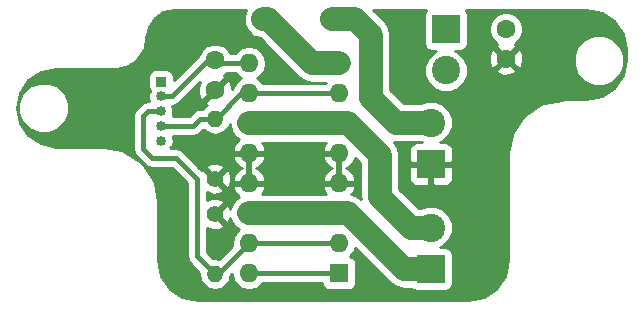
<source format=gbl>
G04 #@! TF.FileFunction,Copper,L2,Bot,Signal*
%FSLAX46Y46*%
G04 Gerber Fmt 4.6, Leading zero omitted, Abs format (unit mm)*
G04 Created by KiCad (PCBNEW 4.0.6) date 06/26/19 15:48:09*
%MOMM*%
%LPD*%
G01*
G04 APERTURE LIST*
%ADD10C,0.100000*%
%ADD11C,1.400000*%
%ADD12O,1.400000X1.400000*%
%ADD13C,1.600000*%
%ADD14R,1.600000X1.600000*%
%ADD15O,1.600000X1.600000*%
%ADD16R,2.400000X2.400000*%
%ADD17C,2.400000*%
%ADD18R,0.850000X0.850000*%
%ADD19C,0.850000*%
%ADD20C,2.000000*%
%ADD21C,2.032000*%
%ADD22C,0.406400*%
%ADD23C,0.254000*%
G04 APERTURE END LIST*
D10*
D11*
X190498000Y-68365000D03*
D12*
X190498000Y-73445000D03*
D11*
X190498000Y-65365000D03*
D12*
X190498000Y-60285000D03*
D13*
X215138000Y-52705000D03*
X215138000Y-55205000D03*
X190498000Y-55365000D03*
X190498000Y-57865000D03*
D14*
X200998000Y-73365000D03*
D15*
X193378000Y-55585000D03*
X200998000Y-70825000D03*
X193378000Y-58125000D03*
X200998000Y-68285000D03*
X193378000Y-60665000D03*
X200998000Y-65745000D03*
X193378000Y-63205000D03*
X200998000Y-63205000D03*
X193378000Y-65745000D03*
X200998000Y-60665000D03*
X193378000Y-68285000D03*
X200998000Y-58125000D03*
X193378000Y-70825000D03*
X200998000Y-55585000D03*
X193378000Y-73365000D03*
D16*
X210058000Y-52705000D03*
D17*
X210058000Y-56205000D03*
D18*
X185928000Y-57150000D03*
D19*
X185928000Y-58400000D03*
X185928000Y-59650000D03*
X185928000Y-60900000D03*
X185928000Y-62150000D03*
D20*
X194598000Y-51865000D03*
X200398000Y-51865000D03*
D16*
X208788000Y-64135000D03*
D17*
X208788000Y-60635000D03*
D16*
X208788000Y-73025000D03*
D17*
X208788000Y-69525000D03*
D21*
X208788000Y-73025000D02*
X206502000Y-73025000D01*
X206502000Y-73025000D02*
X201762000Y-68285000D01*
X201762000Y-68285000D02*
X200998000Y-68285000D01*
X193378000Y-68285000D02*
X200998000Y-68285000D01*
X200998000Y-60665000D02*
X201762000Y-60665000D01*
X201762000Y-60665000D02*
X204470000Y-63373000D01*
X207066000Y-69525000D02*
X208788000Y-69525000D01*
X204470000Y-66929000D02*
X207066000Y-69525000D01*
X204470000Y-63373000D02*
X204470000Y-66929000D01*
X193378000Y-60665000D02*
X200998000Y-60665000D01*
X194598000Y-51865000D02*
X194998000Y-51865000D01*
X194998000Y-51865000D02*
X198718000Y-55585000D01*
X198718000Y-55585000D02*
X200998000Y-55585000D01*
D22*
X185928000Y-58400000D02*
X186837000Y-58400000D01*
X186837000Y-58400000D02*
X189872000Y-55365000D01*
X189872000Y-55365000D02*
X190498000Y-55365000D01*
X185928000Y-58400000D02*
X185821000Y-58400000D01*
X193378000Y-55585000D02*
X190718000Y-55585000D01*
X190718000Y-55585000D02*
X190498000Y-55365000D01*
X200998000Y-73365000D02*
X193378000Y-73365000D01*
X185928000Y-59650000D02*
X184825000Y-59650000D01*
X187198000Y-63627000D02*
X188976000Y-65405000D01*
X188976000Y-65405000D02*
X188976000Y-71923000D01*
X188976000Y-71923000D02*
X190498000Y-73445000D01*
X185166000Y-63627000D02*
X187198000Y-63627000D01*
X184404000Y-62865000D02*
X185166000Y-63627000D01*
X184404000Y-60071000D02*
X184404000Y-62865000D01*
X184825000Y-59650000D02*
X184404000Y-60071000D01*
X190498000Y-73445000D02*
X190758000Y-73445000D01*
X190758000Y-73445000D02*
X193378000Y-70825000D01*
X193378000Y-70825000D02*
X200998000Y-70825000D01*
X190498000Y-60285000D02*
X189270000Y-60285000D01*
X188655000Y-60900000D02*
X185928000Y-60900000D01*
X189270000Y-60285000D02*
X188655000Y-60900000D01*
X190498000Y-60285000D02*
X190578000Y-60285000D01*
X190578000Y-60285000D02*
X192738000Y-58125000D01*
X192738000Y-58125000D02*
X193378000Y-58125000D01*
X193378000Y-58125000D02*
X200998000Y-58125000D01*
D21*
X200398000Y-51865000D02*
X202360000Y-51865000D01*
X205796000Y-60635000D02*
X208788000Y-60635000D01*
X203708000Y-58547000D02*
X205796000Y-60635000D01*
X203708000Y-53213000D02*
X203708000Y-58547000D01*
X202360000Y-51865000D02*
X203708000Y-53213000D01*
D23*
G36*
X193118436Y-51164704D02*
X193072675Y-51233190D01*
X193056746Y-51313269D01*
X192963284Y-51538352D01*
X192963069Y-51784214D01*
X192947000Y-51865000D01*
X192962929Y-51945079D01*
X192962716Y-52188795D01*
X193056606Y-52416025D01*
X193072675Y-52496810D01*
X193118037Y-52564698D01*
X193211106Y-52789943D01*
X193384806Y-52963947D01*
X193430567Y-53032433D01*
X193498454Y-53077793D01*
X193670637Y-53250278D01*
X193897704Y-53344564D01*
X193966190Y-53390325D01*
X194046269Y-53406254D01*
X194271352Y-53499716D01*
X194297873Y-53499739D01*
X197550566Y-56752433D01*
X197707444Y-56857255D01*
X198086190Y-57110325D01*
X198718000Y-57236000D01*
X199871200Y-57236000D01*
X199837257Y-57286800D01*
X194538743Y-57286800D01*
X194420811Y-57110302D01*
X194038725Y-56855000D01*
X194420811Y-56599698D01*
X194731880Y-56134151D01*
X194841113Y-55585000D01*
X194731880Y-55035849D01*
X194420811Y-54570302D01*
X193955264Y-54259233D01*
X193406113Y-54150000D01*
X193349887Y-54150000D01*
X192800736Y-54259233D01*
X192335189Y-54570302D01*
X192217257Y-54746800D01*
X191795237Y-54746800D01*
X191715243Y-54553200D01*
X191311923Y-54149176D01*
X190784691Y-53930250D01*
X190213813Y-53929752D01*
X189686200Y-54147757D01*
X189282176Y-54551077D01*
X189127125Y-54924481D01*
X187000440Y-57051166D01*
X187000440Y-56725000D01*
X186956162Y-56489683D01*
X186817090Y-56273559D01*
X186604890Y-56128569D01*
X186353000Y-56077560D01*
X185503000Y-56077560D01*
X185267683Y-56121838D01*
X185051559Y-56260910D01*
X184906569Y-56473110D01*
X184855560Y-56725000D01*
X184855560Y-57575000D01*
X184899838Y-57810317D01*
X184975975Y-57928637D01*
X184868184Y-58188228D01*
X184867816Y-58609922D01*
X184951230Y-58811800D01*
X184825000Y-58811800D01*
X184504235Y-58875604D01*
X184232303Y-59057303D01*
X183811303Y-59478303D01*
X183629604Y-59750234D01*
X183588805Y-59955344D01*
X183565800Y-60071000D01*
X183565800Y-62865000D01*
X183629604Y-63185766D01*
X183811303Y-63457697D01*
X184573303Y-64219697D01*
X184845235Y-64401396D01*
X185166000Y-64465200D01*
X186850806Y-64465200D01*
X188137800Y-65752194D01*
X188137800Y-71923000D01*
X188201604Y-72243766D01*
X188383303Y-72515697D01*
X189183482Y-73315876D01*
X189163000Y-73418846D01*
X189163000Y-73471154D01*
X189264621Y-73982036D01*
X189554012Y-74415142D01*
X189987118Y-74704533D01*
X190498000Y-74806154D01*
X191008882Y-74704533D01*
X191441988Y-74415142D01*
X191731379Y-73982036D01*
X191812083Y-73576311D01*
X191932889Y-73455505D01*
X192024120Y-73914151D01*
X192335189Y-74379698D01*
X192800736Y-74690767D01*
X193349887Y-74800000D01*
X193406113Y-74800000D01*
X193955264Y-74690767D01*
X194420811Y-74379698D01*
X194538743Y-74203200D01*
X199557748Y-74203200D01*
X199594838Y-74400317D01*
X199733910Y-74616441D01*
X199946110Y-74761431D01*
X200198000Y-74812440D01*
X201798000Y-74812440D01*
X202033317Y-74768162D01*
X202249441Y-74629090D01*
X202394431Y-74416890D01*
X202445440Y-74165000D01*
X202445440Y-72565000D01*
X202401162Y-72329683D01*
X202262090Y-72113559D01*
X202049890Y-71968569D01*
X201894911Y-71937185D01*
X202040811Y-71839698D01*
X202351880Y-71374151D01*
X202379157Y-71237023D01*
X205334567Y-74192433D01*
X205870189Y-74550325D01*
X205975013Y-74571176D01*
X206502000Y-74676000D01*
X207123626Y-74676000D01*
X207123910Y-74676441D01*
X207336110Y-74821431D01*
X207588000Y-74872440D01*
X209988000Y-74872440D01*
X210223317Y-74828162D01*
X210439441Y-74689090D01*
X210584431Y-74476890D01*
X210635440Y-74225000D01*
X210635440Y-71825000D01*
X210591162Y-71589683D01*
X210452090Y-71373559D01*
X210239890Y-71228569D01*
X209988000Y-71177560D01*
X209593712Y-71177560D01*
X209826086Y-71081545D01*
X210342730Y-70565801D01*
X210622681Y-69891605D01*
X210623318Y-69161597D01*
X210344545Y-68486914D01*
X209828801Y-67970270D01*
X209154605Y-67690319D01*
X208424597Y-67689682D01*
X207978513Y-67874000D01*
X207749867Y-67874000D01*
X206121000Y-66245134D01*
X206121000Y-64420750D01*
X206953000Y-64420750D01*
X206953000Y-65461309D01*
X207049673Y-65694698D01*
X207228301Y-65873327D01*
X207461690Y-65970000D01*
X208502250Y-65970000D01*
X208661000Y-65811250D01*
X208661000Y-64262000D01*
X208915000Y-64262000D01*
X208915000Y-65811250D01*
X209073750Y-65970000D01*
X210114310Y-65970000D01*
X210347699Y-65873327D01*
X210526327Y-65694698D01*
X210623000Y-65461309D01*
X210623000Y-64420750D01*
X210464250Y-64262000D01*
X208915000Y-64262000D01*
X208661000Y-64262000D01*
X207111750Y-64262000D01*
X206953000Y-64420750D01*
X206121000Y-64420750D01*
X206121000Y-63373000D01*
X205995325Y-62741190D01*
X205995325Y-62741189D01*
X205675110Y-62261953D01*
X205796000Y-62286000D01*
X207979043Y-62286000D01*
X208012758Y-62300000D01*
X207461690Y-62300000D01*
X207228301Y-62396673D01*
X207049673Y-62575302D01*
X206953000Y-62808691D01*
X206953000Y-63849250D01*
X207111750Y-64008000D01*
X208661000Y-64008000D01*
X208661000Y-63988000D01*
X208915000Y-63988000D01*
X208915000Y-64008000D01*
X210464250Y-64008000D01*
X210623000Y-63849250D01*
X210623000Y-62808691D01*
X210526327Y-62575302D01*
X210347699Y-62396673D01*
X210114310Y-62300000D01*
X209563605Y-62300000D01*
X209826086Y-62191545D01*
X210342730Y-61675801D01*
X210622681Y-61001605D01*
X210623318Y-60271597D01*
X210344545Y-59596914D01*
X209828801Y-59080270D01*
X209154605Y-58800319D01*
X208424597Y-58799682D01*
X207978513Y-58984000D01*
X206479866Y-58984000D01*
X205359000Y-57863134D01*
X205359000Y-53213000D01*
X205233325Y-52581190D01*
X204875433Y-52045567D01*
X203904866Y-51075000D01*
X208383266Y-51075000D01*
X208261569Y-51253110D01*
X208210560Y-51505000D01*
X208210560Y-53905000D01*
X208254838Y-54140317D01*
X208393910Y-54356441D01*
X208606110Y-54501431D01*
X208858000Y-54552440D01*
X209252288Y-54552440D01*
X209019914Y-54648455D01*
X208503270Y-55164199D01*
X208223319Y-55838395D01*
X208222682Y-56568403D01*
X208501455Y-57243086D01*
X209017199Y-57759730D01*
X209691395Y-58039681D01*
X210421403Y-58040318D01*
X211096086Y-57761545D01*
X211612730Y-57245801D01*
X211892681Y-56571605D01*
X211892994Y-56212745D01*
X214309861Y-56212745D01*
X214383995Y-56458864D01*
X214921223Y-56651965D01*
X215491454Y-56624778D01*
X215892005Y-56458864D01*
X215966139Y-56212745D01*
X215138000Y-55384605D01*
X214309861Y-56212745D01*
X211892994Y-56212745D01*
X211893318Y-55841597D01*
X211614545Y-55166914D01*
X211436166Y-54988223D01*
X213691035Y-54988223D01*
X213718222Y-55558454D01*
X213884136Y-55959005D01*
X214130255Y-56033139D01*
X214958395Y-55205000D01*
X215317605Y-55205000D01*
X216145745Y-56033139D01*
X216391864Y-55959005D01*
X216453396Y-55787815D01*
X220862630Y-55787815D01*
X221186980Y-56572800D01*
X221787041Y-57173909D01*
X222571459Y-57499628D01*
X223420815Y-57500370D01*
X224205800Y-57176020D01*
X224806909Y-56575959D01*
X225132628Y-55791541D01*
X225133370Y-54942185D01*
X224809020Y-54157200D01*
X224208959Y-53556091D01*
X223424541Y-53230372D01*
X222575185Y-53229630D01*
X221790200Y-53553980D01*
X221189091Y-54154041D01*
X220863372Y-54938459D01*
X220862630Y-55787815D01*
X216453396Y-55787815D01*
X216584965Y-55421777D01*
X216557778Y-54851546D01*
X216391864Y-54450995D01*
X216145745Y-54376861D01*
X215317605Y-55205000D01*
X214958395Y-55205000D01*
X214130255Y-54376861D01*
X213884136Y-54450995D01*
X213691035Y-54988223D01*
X211436166Y-54988223D01*
X211098801Y-54650270D01*
X210863201Y-54552440D01*
X211258000Y-54552440D01*
X211493317Y-54508162D01*
X211709441Y-54369090D01*
X211854431Y-54156890D01*
X211905440Y-53905000D01*
X211905440Y-52989187D01*
X213702752Y-52989187D01*
X213920757Y-53516800D01*
X214324077Y-53920824D01*
X214390544Y-53948423D01*
X214383995Y-53951136D01*
X214309861Y-54197255D01*
X215138000Y-55025395D01*
X215966139Y-54197255D01*
X215892005Y-53951136D01*
X215885517Y-53948804D01*
X215949800Y-53922243D01*
X216353824Y-53518923D01*
X216572750Y-52991691D01*
X216573248Y-52420813D01*
X216355243Y-51893200D01*
X215951923Y-51489176D01*
X215424691Y-51270250D01*
X214853813Y-51269752D01*
X214326200Y-51487757D01*
X213922176Y-51891077D01*
X213703250Y-52418309D01*
X213702752Y-52989187D01*
X211905440Y-52989187D01*
X211905440Y-51505000D01*
X211861162Y-51269683D01*
X211735887Y-51075000D01*
X221928069Y-51075000D01*
X223251707Y-51338288D01*
X224314546Y-52048454D01*
X225024712Y-53111295D01*
X225288000Y-54434931D01*
X225288000Y-55295069D01*
X225024712Y-56618705D01*
X224314546Y-57681546D01*
X223251707Y-58391712D01*
X221928069Y-58655000D01*
X219998000Y-58655000D01*
X219929416Y-58668642D01*
X218328752Y-58973124D01*
X218074462Y-59078455D01*
X218072811Y-59079139D01*
X216775118Y-59946230D01*
X216579229Y-60142118D01*
X215712139Y-61439811D01*
X215606124Y-61695752D01*
X215301642Y-63226486D01*
X215301642Y-63296416D01*
X215288000Y-63365000D01*
X215288000Y-72295069D01*
X215024712Y-73618705D01*
X214314546Y-74681546D01*
X213251707Y-75391712D01*
X211928069Y-75655000D01*
X189067931Y-75655000D01*
X187744295Y-75391712D01*
X186681454Y-74681546D01*
X185971288Y-73618707D01*
X185708000Y-72295069D01*
X185708000Y-67365000D01*
X185694358Y-67296416D01*
X185694358Y-67226486D01*
X185389876Y-65695752D01*
X185283861Y-65439811D01*
X184416770Y-64142118D01*
X184320988Y-64046336D01*
X184220882Y-63946229D01*
X182923189Y-63079139D01*
X182920439Y-63078000D01*
X182667248Y-62973124D01*
X181136514Y-62668642D01*
X181066584Y-62668642D01*
X180998000Y-62655000D01*
X177067931Y-62655000D01*
X175744295Y-62391712D01*
X174681454Y-61681546D01*
X173971288Y-60618707D01*
X173806014Y-59787815D01*
X173862630Y-59787815D01*
X174186980Y-60572800D01*
X174787041Y-61173909D01*
X175571459Y-61499628D01*
X176420815Y-61500370D01*
X177205800Y-61176020D01*
X177806909Y-60575959D01*
X178132628Y-59791541D01*
X178133370Y-58942185D01*
X177809020Y-58157200D01*
X177208959Y-57556091D01*
X176424541Y-57230372D01*
X175575185Y-57229630D01*
X174790200Y-57553980D01*
X174189091Y-58154041D01*
X173863372Y-58938459D01*
X173862630Y-59787815D01*
X173806014Y-59787815D01*
X173721910Y-59365000D01*
X173971288Y-58111293D01*
X174681454Y-57048454D01*
X175744295Y-56338288D01*
X177067931Y-56075000D01*
X181998000Y-56075000D01*
X182066584Y-56061358D01*
X182136514Y-56061358D01*
X182901881Y-55909117D01*
X183157821Y-55803103D01*
X183806668Y-55369558D01*
X184002558Y-55173668D01*
X184436103Y-54524822D01*
X184497390Y-54376861D01*
X184542117Y-54268881D01*
X184694356Y-53503518D01*
X184694358Y-53503514D01*
X184895167Y-52493977D01*
X185388561Y-51755561D01*
X186126977Y-51262167D01*
X187067931Y-51075000D01*
X193155684Y-51075000D01*
X193118436Y-51164704D01*
X193118436Y-51164704D01*
G37*
X193118436Y-51164704D02*
X193072675Y-51233190D01*
X193056746Y-51313269D01*
X192963284Y-51538352D01*
X192963069Y-51784214D01*
X192947000Y-51865000D01*
X192962929Y-51945079D01*
X192962716Y-52188795D01*
X193056606Y-52416025D01*
X193072675Y-52496810D01*
X193118037Y-52564698D01*
X193211106Y-52789943D01*
X193384806Y-52963947D01*
X193430567Y-53032433D01*
X193498454Y-53077793D01*
X193670637Y-53250278D01*
X193897704Y-53344564D01*
X193966190Y-53390325D01*
X194046269Y-53406254D01*
X194271352Y-53499716D01*
X194297873Y-53499739D01*
X197550566Y-56752433D01*
X197707444Y-56857255D01*
X198086190Y-57110325D01*
X198718000Y-57236000D01*
X199871200Y-57236000D01*
X199837257Y-57286800D01*
X194538743Y-57286800D01*
X194420811Y-57110302D01*
X194038725Y-56855000D01*
X194420811Y-56599698D01*
X194731880Y-56134151D01*
X194841113Y-55585000D01*
X194731880Y-55035849D01*
X194420811Y-54570302D01*
X193955264Y-54259233D01*
X193406113Y-54150000D01*
X193349887Y-54150000D01*
X192800736Y-54259233D01*
X192335189Y-54570302D01*
X192217257Y-54746800D01*
X191795237Y-54746800D01*
X191715243Y-54553200D01*
X191311923Y-54149176D01*
X190784691Y-53930250D01*
X190213813Y-53929752D01*
X189686200Y-54147757D01*
X189282176Y-54551077D01*
X189127125Y-54924481D01*
X187000440Y-57051166D01*
X187000440Y-56725000D01*
X186956162Y-56489683D01*
X186817090Y-56273559D01*
X186604890Y-56128569D01*
X186353000Y-56077560D01*
X185503000Y-56077560D01*
X185267683Y-56121838D01*
X185051559Y-56260910D01*
X184906569Y-56473110D01*
X184855560Y-56725000D01*
X184855560Y-57575000D01*
X184899838Y-57810317D01*
X184975975Y-57928637D01*
X184868184Y-58188228D01*
X184867816Y-58609922D01*
X184951230Y-58811800D01*
X184825000Y-58811800D01*
X184504235Y-58875604D01*
X184232303Y-59057303D01*
X183811303Y-59478303D01*
X183629604Y-59750234D01*
X183588805Y-59955344D01*
X183565800Y-60071000D01*
X183565800Y-62865000D01*
X183629604Y-63185766D01*
X183811303Y-63457697D01*
X184573303Y-64219697D01*
X184845235Y-64401396D01*
X185166000Y-64465200D01*
X186850806Y-64465200D01*
X188137800Y-65752194D01*
X188137800Y-71923000D01*
X188201604Y-72243766D01*
X188383303Y-72515697D01*
X189183482Y-73315876D01*
X189163000Y-73418846D01*
X189163000Y-73471154D01*
X189264621Y-73982036D01*
X189554012Y-74415142D01*
X189987118Y-74704533D01*
X190498000Y-74806154D01*
X191008882Y-74704533D01*
X191441988Y-74415142D01*
X191731379Y-73982036D01*
X191812083Y-73576311D01*
X191932889Y-73455505D01*
X192024120Y-73914151D01*
X192335189Y-74379698D01*
X192800736Y-74690767D01*
X193349887Y-74800000D01*
X193406113Y-74800000D01*
X193955264Y-74690767D01*
X194420811Y-74379698D01*
X194538743Y-74203200D01*
X199557748Y-74203200D01*
X199594838Y-74400317D01*
X199733910Y-74616441D01*
X199946110Y-74761431D01*
X200198000Y-74812440D01*
X201798000Y-74812440D01*
X202033317Y-74768162D01*
X202249441Y-74629090D01*
X202394431Y-74416890D01*
X202445440Y-74165000D01*
X202445440Y-72565000D01*
X202401162Y-72329683D01*
X202262090Y-72113559D01*
X202049890Y-71968569D01*
X201894911Y-71937185D01*
X202040811Y-71839698D01*
X202351880Y-71374151D01*
X202379157Y-71237023D01*
X205334567Y-74192433D01*
X205870189Y-74550325D01*
X205975013Y-74571176D01*
X206502000Y-74676000D01*
X207123626Y-74676000D01*
X207123910Y-74676441D01*
X207336110Y-74821431D01*
X207588000Y-74872440D01*
X209988000Y-74872440D01*
X210223317Y-74828162D01*
X210439441Y-74689090D01*
X210584431Y-74476890D01*
X210635440Y-74225000D01*
X210635440Y-71825000D01*
X210591162Y-71589683D01*
X210452090Y-71373559D01*
X210239890Y-71228569D01*
X209988000Y-71177560D01*
X209593712Y-71177560D01*
X209826086Y-71081545D01*
X210342730Y-70565801D01*
X210622681Y-69891605D01*
X210623318Y-69161597D01*
X210344545Y-68486914D01*
X209828801Y-67970270D01*
X209154605Y-67690319D01*
X208424597Y-67689682D01*
X207978513Y-67874000D01*
X207749867Y-67874000D01*
X206121000Y-66245134D01*
X206121000Y-64420750D01*
X206953000Y-64420750D01*
X206953000Y-65461309D01*
X207049673Y-65694698D01*
X207228301Y-65873327D01*
X207461690Y-65970000D01*
X208502250Y-65970000D01*
X208661000Y-65811250D01*
X208661000Y-64262000D01*
X208915000Y-64262000D01*
X208915000Y-65811250D01*
X209073750Y-65970000D01*
X210114310Y-65970000D01*
X210347699Y-65873327D01*
X210526327Y-65694698D01*
X210623000Y-65461309D01*
X210623000Y-64420750D01*
X210464250Y-64262000D01*
X208915000Y-64262000D01*
X208661000Y-64262000D01*
X207111750Y-64262000D01*
X206953000Y-64420750D01*
X206121000Y-64420750D01*
X206121000Y-63373000D01*
X205995325Y-62741190D01*
X205995325Y-62741189D01*
X205675110Y-62261953D01*
X205796000Y-62286000D01*
X207979043Y-62286000D01*
X208012758Y-62300000D01*
X207461690Y-62300000D01*
X207228301Y-62396673D01*
X207049673Y-62575302D01*
X206953000Y-62808691D01*
X206953000Y-63849250D01*
X207111750Y-64008000D01*
X208661000Y-64008000D01*
X208661000Y-63988000D01*
X208915000Y-63988000D01*
X208915000Y-64008000D01*
X210464250Y-64008000D01*
X210623000Y-63849250D01*
X210623000Y-62808691D01*
X210526327Y-62575302D01*
X210347699Y-62396673D01*
X210114310Y-62300000D01*
X209563605Y-62300000D01*
X209826086Y-62191545D01*
X210342730Y-61675801D01*
X210622681Y-61001605D01*
X210623318Y-60271597D01*
X210344545Y-59596914D01*
X209828801Y-59080270D01*
X209154605Y-58800319D01*
X208424597Y-58799682D01*
X207978513Y-58984000D01*
X206479866Y-58984000D01*
X205359000Y-57863134D01*
X205359000Y-53213000D01*
X205233325Y-52581190D01*
X204875433Y-52045567D01*
X203904866Y-51075000D01*
X208383266Y-51075000D01*
X208261569Y-51253110D01*
X208210560Y-51505000D01*
X208210560Y-53905000D01*
X208254838Y-54140317D01*
X208393910Y-54356441D01*
X208606110Y-54501431D01*
X208858000Y-54552440D01*
X209252288Y-54552440D01*
X209019914Y-54648455D01*
X208503270Y-55164199D01*
X208223319Y-55838395D01*
X208222682Y-56568403D01*
X208501455Y-57243086D01*
X209017199Y-57759730D01*
X209691395Y-58039681D01*
X210421403Y-58040318D01*
X211096086Y-57761545D01*
X211612730Y-57245801D01*
X211892681Y-56571605D01*
X211892994Y-56212745D01*
X214309861Y-56212745D01*
X214383995Y-56458864D01*
X214921223Y-56651965D01*
X215491454Y-56624778D01*
X215892005Y-56458864D01*
X215966139Y-56212745D01*
X215138000Y-55384605D01*
X214309861Y-56212745D01*
X211892994Y-56212745D01*
X211893318Y-55841597D01*
X211614545Y-55166914D01*
X211436166Y-54988223D01*
X213691035Y-54988223D01*
X213718222Y-55558454D01*
X213884136Y-55959005D01*
X214130255Y-56033139D01*
X214958395Y-55205000D01*
X215317605Y-55205000D01*
X216145745Y-56033139D01*
X216391864Y-55959005D01*
X216453396Y-55787815D01*
X220862630Y-55787815D01*
X221186980Y-56572800D01*
X221787041Y-57173909D01*
X222571459Y-57499628D01*
X223420815Y-57500370D01*
X224205800Y-57176020D01*
X224806909Y-56575959D01*
X225132628Y-55791541D01*
X225133370Y-54942185D01*
X224809020Y-54157200D01*
X224208959Y-53556091D01*
X223424541Y-53230372D01*
X222575185Y-53229630D01*
X221790200Y-53553980D01*
X221189091Y-54154041D01*
X220863372Y-54938459D01*
X220862630Y-55787815D01*
X216453396Y-55787815D01*
X216584965Y-55421777D01*
X216557778Y-54851546D01*
X216391864Y-54450995D01*
X216145745Y-54376861D01*
X215317605Y-55205000D01*
X214958395Y-55205000D01*
X214130255Y-54376861D01*
X213884136Y-54450995D01*
X213691035Y-54988223D01*
X211436166Y-54988223D01*
X211098801Y-54650270D01*
X210863201Y-54552440D01*
X211258000Y-54552440D01*
X211493317Y-54508162D01*
X211709441Y-54369090D01*
X211854431Y-54156890D01*
X211905440Y-53905000D01*
X211905440Y-52989187D01*
X213702752Y-52989187D01*
X213920757Y-53516800D01*
X214324077Y-53920824D01*
X214390544Y-53948423D01*
X214383995Y-53951136D01*
X214309861Y-54197255D01*
X215138000Y-55025395D01*
X215966139Y-54197255D01*
X215892005Y-53951136D01*
X215885517Y-53948804D01*
X215949800Y-53922243D01*
X216353824Y-53518923D01*
X216572750Y-52991691D01*
X216573248Y-52420813D01*
X216355243Y-51893200D01*
X215951923Y-51489176D01*
X215424691Y-51270250D01*
X214853813Y-51269752D01*
X214326200Y-51487757D01*
X213922176Y-51891077D01*
X213703250Y-52418309D01*
X213702752Y-52989187D01*
X211905440Y-52989187D01*
X211905440Y-51505000D01*
X211861162Y-51269683D01*
X211735887Y-51075000D01*
X221928069Y-51075000D01*
X223251707Y-51338288D01*
X224314546Y-52048454D01*
X225024712Y-53111295D01*
X225288000Y-54434931D01*
X225288000Y-55295069D01*
X225024712Y-56618705D01*
X224314546Y-57681546D01*
X223251707Y-58391712D01*
X221928069Y-58655000D01*
X219998000Y-58655000D01*
X219929416Y-58668642D01*
X218328752Y-58973124D01*
X218074462Y-59078455D01*
X218072811Y-59079139D01*
X216775118Y-59946230D01*
X216579229Y-60142118D01*
X215712139Y-61439811D01*
X215606124Y-61695752D01*
X215301642Y-63226486D01*
X215301642Y-63296416D01*
X215288000Y-63365000D01*
X215288000Y-72295069D01*
X215024712Y-73618705D01*
X214314546Y-74681546D01*
X213251707Y-75391712D01*
X211928069Y-75655000D01*
X189067931Y-75655000D01*
X187744295Y-75391712D01*
X186681454Y-74681546D01*
X185971288Y-73618707D01*
X185708000Y-72295069D01*
X185708000Y-67365000D01*
X185694358Y-67296416D01*
X185694358Y-67226486D01*
X185389876Y-65695752D01*
X185283861Y-65439811D01*
X184416770Y-64142118D01*
X184320988Y-64046336D01*
X184220882Y-63946229D01*
X182923189Y-63079139D01*
X182920439Y-63078000D01*
X182667248Y-62973124D01*
X181136514Y-62668642D01*
X181066584Y-62668642D01*
X180998000Y-62655000D01*
X177067931Y-62655000D01*
X175744295Y-62391712D01*
X174681454Y-61681546D01*
X173971288Y-60618707D01*
X173806014Y-59787815D01*
X173862630Y-59787815D01*
X174186980Y-60572800D01*
X174787041Y-61173909D01*
X175571459Y-61499628D01*
X176420815Y-61500370D01*
X177205800Y-61176020D01*
X177806909Y-60575959D01*
X178132628Y-59791541D01*
X178133370Y-58942185D01*
X177809020Y-58157200D01*
X177208959Y-57556091D01*
X176424541Y-57230372D01*
X175575185Y-57229630D01*
X174790200Y-57553980D01*
X174189091Y-58154041D01*
X173863372Y-58938459D01*
X173862630Y-59787815D01*
X173806014Y-59787815D01*
X173721910Y-59365000D01*
X173971288Y-58111293D01*
X174681454Y-57048454D01*
X175744295Y-56338288D01*
X177067931Y-56075000D01*
X181998000Y-56075000D01*
X182066584Y-56061358D01*
X182136514Y-56061358D01*
X182901881Y-55909117D01*
X183157821Y-55803103D01*
X183806668Y-55369558D01*
X184002558Y-55173668D01*
X184436103Y-54524822D01*
X184497390Y-54376861D01*
X184542117Y-54268881D01*
X184694356Y-53503518D01*
X184694358Y-53503514D01*
X184895167Y-52493977D01*
X185388561Y-51755561D01*
X186126977Y-51262167D01*
X187067931Y-51075000D01*
X193155684Y-51075000D01*
X193118436Y-51164704D01*
G36*
X191852675Y-61296810D02*
X192210567Y-61832433D01*
X192532946Y-62047840D01*
X192522866Y-62052611D01*
X192146959Y-62467577D01*
X191986096Y-62855961D01*
X192108085Y-63078000D01*
X193251000Y-63078000D01*
X193251000Y-63058000D01*
X193505000Y-63058000D01*
X193505000Y-63078000D01*
X194647915Y-63078000D01*
X194769904Y-62855961D01*
X194609041Y-62467577D01*
X194471731Y-62316000D01*
X199904269Y-62316000D01*
X199766959Y-62467577D01*
X199606096Y-62855961D01*
X199728085Y-63078000D01*
X200871000Y-63078000D01*
X200871000Y-63058000D01*
X201125000Y-63058000D01*
X201125000Y-63078000D01*
X201145000Y-63078000D01*
X201145000Y-63332000D01*
X201125000Y-63332000D01*
X201125000Y-65618000D01*
X202267915Y-65618000D01*
X202389904Y-65395961D01*
X202229041Y-65007577D01*
X201853134Y-64592611D01*
X201604633Y-64475000D01*
X201853134Y-64357389D01*
X202229041Y-63942423D01*
X202368310Y-63606176D01*
X202819000Y-64056867D01*
X202819000Y-66929000D01*
X202845330Y-67061371D01*
X202393811Y-66759675D01*
X202041388Y-66689574D01*
X202229041Y-66482423D01*
X202389904Y-66094039D01*
X202267915Y-65872000D01*
X201125000Y-65872000D01*
X201125000Y-65892000D01*
X200871000Y-65892000D01*
X200871000Y-65872000D01*
X199728085Y-65872000D01*
X199606096Y-66094039D01*
X199766959Y-66482423D01*
X199904269Y-66634000D01*
X194471731Y-66634000D01*
X194609041Y-66482423D01*
X194769904Y-66094039D01*
X194647915Y-65872000D01*
X193505000Y-65872000D01*
X193505000Y-65892000D01*
X193251000Y-65892000D01*
X193251000Y-65872000D01*
X192108085Y-65872000D01*
X191986096Y-66094039D01*
X192146959Y-66482423D01*
X192522866Y-66897389D01*
X192532946Y-66902160D01*
X192210567Y-67117567D01*
X191852675Y-67653190D01*
X191790684Y-67964839D01*
X191669042Y-67671169D01*
X191433275Y-67609331D01*
X190677605Y-68365000D01*
X191433275Y-69120669D01*
X191669042Y-69058831D01*
X191804434Y-68674286D01*
X191852675Y-68916810D01*
X192210567Y-69452433D01*
X192540672Y-69673002D01*
X192335189Y-69810302D01*
X192024120Y-70275849D01*
X191914887Y-70825000D01*
X191960964Y-71056642D01*
X190861463Y-72156143D01*
X190498000Y-72083846D01*
X190351401Y-72113007D01*
X189814200Y-71575806D01*
X189814200Y-69539574D01*
X190305122Y-69712419D01*
X190835440Y-69683664D01*
X191191831Y-69536042D01*
X191253669Y-69300275D01*
X190498000Y-68544605D01*
X190483858Y-68558748D01*
X190304252Y-68379142D01*
X190318395Y-68365000D01*
X190304252Y-68350858D01*
X190483858Y-68171252D01*
X190498000Y-68185395D01*
X191253669Y-67429725D01*
X191191831Y-67193958D01*
X190690878Y-67017581D01*
X190160560Y-67046336D01*
X189814200Y-67189803D01*
X189814200Y-66539574D01*
X190305122Y-66712419D01*
X190835440Y-66683664D01*
X191191831Y-66536042D01*
X191253669Y-66300275D01*
X190498000Y-65544605D01*
X190483858Y-65558748D01*
X190304252Y-65379142D01*
X190318395Y-65365000D01*
X190677605Y-65365000D01*
X191433275Y-66120669D01*
X191669042Y-66058831D01*
X191845419Y-65557878D01*
X191816664Y-65027560D01*
X191669042Y-64671169D01*
X191433275Y-64609331D01*
X190677605Y-65365000D01*
X190318395Y-65365000D01*
X189562725Y-64609331D01*
X189406659Y-64650265D01*
X189186119Y-64429725D01*
X189742331Y-64429725D01*
X190498000Y-65185395D01*
X191253669Y-64429725D01*
X191191831Y-64193958D01*
X190690878Y-64017581D01*
X190160560Y-64046336D01*
X189804169Y-64193958D01*
X189742331Y-64429725D01*
X189186119Y-64429725D01*
X188310433Y-63554039D01*
X191986096Y-63554039D01*
X192146959Y-63942423D01*
X192522866Y-64357389D01*
X192771367Y-64475000D01*
X192522866Y-64592611D01*
X192146959Y-65007577D01*
X191986096Y-65395961D01*
X192108085Y-65618000D01*
X193251000Y-65618000D01*
X193251000Y-63332000D01*
X193505000Y-63332000D01*
X193505000Y-65618000D01*
X194647915Y-65618000D01*
X194769904Y-65395961D01*
X194609041Y-65007577D01*
X194233134Y-64592611D01*
X193984633Y-64475000D01*
X194233134Y-64357389D01*
X194609041Y-63942423D01*
X194769904Y-63554039D01*
X199606096Y-63554039D01*
X199766959Y-63942423D01*
X200142866Y-64357389D01*
X200391367Y-64475000D01*
X200142866Y-64592611D01*
X199766959Y-65007577D01*
X199606096Y-65395961D01*
X199728085Y-65618000D01*
X200871000Y-65618000D01*
X200871000Y-63332000D01*
X199728085Y-63332000D01*
X199606096Y-63554039D01*
X194769904Y-63554039D01*
X194647915Y-63332000D01*
X193505000Y-63332000D01*
X193251000Y-63332000D01*
X192108085Y-63332000D01*
X191986096Y-63554039D01*
X188310433Y-63554039D01*
X187790697Y-63034303D01*
X187518766Y-62852604D01*
X187198000Y-62788800D01*
X186746408Y-62788800D01*
X186663556Y-62705948D01*
X186870950Y-62678113D01*
X187001272Y-62277061D01*
X186968199Y-61856666D01*
X186919129Y-61738200D01*
X188655000Y-61738200D01*
X188975766Y-61674396D01*
X189247697Y-61492697D01*
X189526471Y-61213923D01*
X189554012Y-61255142D01*
X189987118Y-61544533D01*
X190498000Y-61646154D01*
X191008882Y-61544533D01*
X191441988Y-61255142D01*
X191731379Y-60822036D01*
X191744808Y-60754525D01*
X191852675Y-61296810D01*
X191852675Y-61296810D01*
G37*
X191852675Y-61296810D02*
X192210567Y-61832433D01*
X192532946Y-62047840D01*
X192522866Y-62052611D01*
X192146959Y-62467577D01*
X191986096Y-62855961D01*
X192108085Y-63078000D01*
X193251000Y-63078000D01*
X193251000Y-63058000D01*
X193505000Y-63058000D01*
X193505000Y-63078000D01*
X194647915Y-63078000D01*
X194769904Y-62855961D01*
X194609041Y-62467577D01*
X194471731Y-62316000D01*
X199904269Y-62316000D01*
X199766959Y-62467577D01*
X199606096Y-62855961D01*
X199728085Y-63078000D01*
X200871000Y-63078000D01*
X200871000Y-63058000D01*
X201125000Y-63058000D01*
X201125000Y-63078000D01*
X201145000Y-63078000D01*
X201145000Y-63332000D01*
X201125000Y-63332000D01*
X201125000Y-65618000D01*
X202267915Y-65618000D01*
X202389904Y-65395961D01*
X202229041Y-65007577D01*
X201853134Y-64592611D01*
X201604633Y-64475000D01*
X201853134Y-64357389D01*
X202229041Y-63942423D01*
X202368310Y-63606176D01*
X202819000Y-64056867D01*
X202819000Y-66929000D01*
X202845330Y-67061371D01*
X202393811Y-66759675D01*
X202041388Y-66689574D01*
X202229041Y-66482423D01*
X202389904Y-66094039D01*
X202267915Y-65872000D01*
X201125000Y-65872000D01*
X201125000Y-65892000D01*
X200871000Y-65892000D01*
X200871000Y-65872000D01*
X199728085Y-65872000D01*
X199606096Y-66094039D01*
X199766959Y-66482423D01*
X199904269Y-66634000D01*
X194471731Y-66634000D01*
X194609041Y-66482423D01*
X194769904Y-66094039D01*
X194647915Y-65872000D01*
X193505000Y-65872000D01*
X193505000Y-65892000D01*
X193251000Y-65892000D01*
X193251000Y-65872000D01*
X192108085Y-65872000D01*
X191986096Y-66094039D01*
X192146959Y-66482423D01*
X192522866Y-66897389D01*
X192532946Y-66902160D01*
X192210567Y-67117567D01*
X191852675Y-67653190D01*
X191790684Y-67964839D01*
X191669042Y-67671169D01*
X191433275Y-67609331D01*
X190677605Y-68365000D01*
X191433275Y-69120669D01*
X191669042Y-69058831D01*
X191804434Y-68674286D01*
X191852675Y-68916810D01*
X192210567Y-69452433D01*
X192540672Y-69673002D01*
X192335189Y-69810302D01*
X192024120Y-70275849D01*
X191914887Y-70825000D01*
X191960964Y-71056642D01*
X190861463Y-72156143D01*
X190498000Y-72083846D01*
X190351401Y-72113007D01*
X189814200Y-71575806D01*
X189814200Y-69539574D01*
X190305122Y-69712419D01*
X190835440Y-69683664D01*
X191191831Y-69536042D01*
X191253669Y-69300275D01*
X190498000Y-68544605D01*
X190483858Y-68558748D01*
X190304252Y-68379142D01*
X190318395Y-68365000D01*
X190304252Y-68350858D01*
X190483858Y-68171252D01*
X190498000Y-68185395D01*
X191253669Y-67429725D01*
X191191831Y-67193958D01*
X190690878Y-67017581D01*
X190160560Y-67046336D01*
X189814200Y-67189803D01*
X189814200Y-66539574D01*
X190305122Y-66712419D01*
X190835440Y-66683664D01*
X191191831Y-66536042D01*
X191253669Y-66300275D01*
X190498000Y-65544605D01*
X190483858Y-65558748D01*
X190304252Y-65379142D01*
X190318395Y-65365000D01*
X190677605Y-65365000D01*
X191433275Y-66120669D01*
X191669042Y-66058831D01*
X191845419Y-65557878D01*
X191816664Y-65027560D01*
X191669042Y-64671169D01*
X191433275Y-64609331D01*
X190677605Y-65365000D01*
X190318395Y-65365000D01*
X189562725Y-64609331D01*
X189406659Y-64650265D01*
X189186119Y-64429725D01*
X189742331Y-64429725D01*
X190498000Y-65185395D01*
X191253669Y-64429725D01*
X191191831Y-64193958D01*
X190690878Y-64017581D01*
X190160560Y-64046336D01*
X189804169Y-64193958D01*
X189742331Y-64429725D01*
X189186119Y-64429725D01*
X188310433Y-63554039D01*
X191986096Y-63554039D01*
X192146959Y-63942423D01*
X192522866Y-64357389D01*
X192771367Y-64475000D01*
X192522866Y-64592611D01*
X192146959Y-65007577D01*
X191986096Y-65395961D01*
X192108085Y-65618000D01*
X193251000Y-65618000D01*
X193251000Y-63332000D01*
X193505000Y-63332000D01*
X193505000Y-65618000D01*
X194647915Y-65618000D01*
X194769904Y-65395961D01*
X194609041Y-65007577D01*
X194233134Y-64592611D01*
X193984633Y-64475000D01*
X194233134Y-64357389D01*
X194609041Y-63942423D01*
X194769904Y-63554039D01*
X199606096Y-63554039D01*
X199766959Y-63942423D01*
X200142866Y-64357389D01*
X200391367Y-64475000D01*
X200142866Y-64592611D01*
X199766959Y-65007577D01*
X199606096Y-65395961D01*
X199728085Y-65618000D01*
X200871000Y-65618000D01*
X200871000Y-63332000D01*
X199728085Y-63332000D01*
X199606096Y-63554039D01*
X194769904Y-63554039D01*
X194647915Y-63332000D01*
X193505000Y-63332000D01*
X193251000Y-63332000D01*
X192108085Y-63332000D01*
X191986096Y-63554039D01*
X188310433Y-63554039D01*
X187790697Y-63034303D01*
X187518766Y-62852604D01*
X187198000Y-62788800D01*
X186746408Y-62788800D01*
X186663556Y-62705948D01*
X186870950Y-62678113D01*
X187001272Y-62277061D01*
X186968199Y-61856666D01*
X186919129Y-61738200D01*
X188655000Y-61738200D01*
X188975766Y-61674396D01*
X189247697Y-61492697D01*
X189526471Y-61213923D01*
X189554012Y-61255142D01*
X189987118Y-61544533D01*
X190498000Y-61646154D01*
X191008882Y-61544533D01*
X191441988Y-61255142D01*
X191731379Y-60822036D01*
X191744808Y-60754525D01*
X191852675Y-61296810D01*
G36*
X185917597Y-61959992D02*
X185928000Y-61970395D01*
X185938385Y-61960010D01*
X185945907Y-61960017D01*
X186121748Y-62135858D01*
X186107605Y-62150000D01*
X186121748Y-62164143D01*
X185942143Y-62343748D01*
X185928000Y-62329605D01*
X185913858Y-62343748D01*
X185734253Y-62164143D01*
X185748395Y-62150000D01*
X185734253Y-62135858D01*
X185910125Y-61959985D01*
X185917597Y-61959992D01*
X185917597Y-61959992D01*
G37*
X185917597Y-61959992D02*
X185928000Y-61970395D01*
X185938385Y-61960010D01*
X185945907Y-61960017D01*
X186121748Y-62135858D01*
X186107605Y-62150000D01*
X186121748Y-62164143D01*
X185942143Y-62343748D01*
X185928000Y-62329605D01*
X185913858Y-62343748D01*
X185734253Y-62164143D01*
X185748395Y-62150000D01*
X185734253Y-62135858D01*
X185910125Y-61959985D01*
X185917597Y-61959992D01*
G36*
X192335189Y-56599698D02*
X192717275Y-56855000D01*
X192335189Y-57110302D01*
X192024120Y-57575849D01*
X192004842Y-57672764D01*
X191929077Y-57748529D01*
X191917778Y-57511546D01*
X191751864Y-57110995D01*
X191505745Y-57036861D01*
X190677605Y-57865000D01*
X190691748Y-57879142D01*
X190512142Y-58058748D01*
X190498000Y-58044605D01*
X189669861Y-58872745D01*
X189743995Y-59118864D01*
X189811191Y-59143017D01*
X189554012Y-59314858D01*
X189465852Y-59446800D01*
X189270000Y-59446800D01*
X188949234Y-59510604D01*
X188677303Y-59692303D01*
X188307806Y-60061800D01*
X186904757Y-60061800D01*
X186987816Y-59861772D01*
X186988184Y-59440078D01*
X186899623Y-59225744D01*
X187157766Y-59174396D01*
X187429697Y-58992697D01*
X189206393Y-57216001D01*
X189051035Y-57648223D01*
X189078222Y-58218454D01*
X189244136Y-58619005D01*
X189490255Y-58693139D01*
X190318395Y-57865000D01*
X190304252Y-57850858D01*
X190483858Y-57671252D01*
X190498000Y-57685395D01*
X191326139Y-56857255D01*
X191252005Y-56611136D01*
X191245517Y-56608804D01*
X191309800Y-56582243D01*
X191469121Y-56423200D01*
X192217257Y-56423200D01*
X192335189Y-56599698D01*
X192335189Y-56599698D01*
G37*
X192335189Y-56599698D02*
X192717275Y-56855000D01*
X192335189Y-57110302D01*
X192024120Y-57575849D01*
X192004842Y-57672764D01*
X191929077Y-57748529D01*
X191917778Y-57511546D01*
X191751864Y-57110995D01*
X191505745Y-57036861D01*
X190677605Y-57865000D01*
X190691748Y-57879142D01*
X190512142Y-58058748D01*
X190498000Y-58044605D01*
X189669861Y-58872745D01*
X189743995Y-59118864D01*
X189811191Y-59143017D01*
X189554012Y-59314858D01*
X189465852Y-59446800D01*
X189270000Y-59446800D01*
X188949234Y-59510604D01*
X188677303Y-59692303D01*
X188307806Y-60061800D01*
X186904757Y-60061800D01*
X186987816Y-59861772D01*
X186988184Y-59440078D01*
X186899623Y-59225744D01*
X187157766Y-59174396D01*
X187429697Y-58992697D01*
X189206393Y-57216001D01*
X189051035Y-57648223D01*
X189078222Y-58218454D01*
X189244136Y-58619005D01*
X189490255Y-58693139D01*
X190318395Y-57865000D01*
X190304252Y-57850858D01*
X190483858Y-57671252D01*
X190498000Y-57685395D01*
X191326139Y-56857255D01*
X191252005Y-56611136D01*
X191245517Y-56608804D01*
X191309800Y-56582243D01*
X191469121Y-56423200D01*
X192217257Y-56423200D01*
X192335189Y-56599698D01*
M02*

</source>
